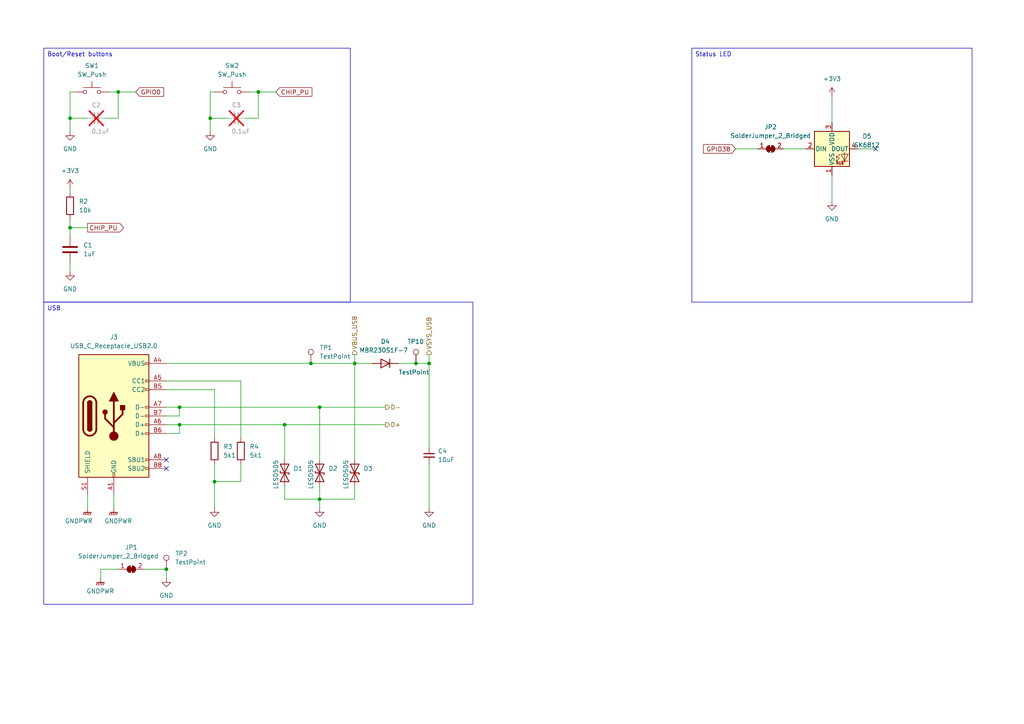
<source format=kicad_sch>
(kicad_sch (version 20231120) (generator "eeschema") (generator_version "8.0")
  (paper "A4")
  (title_block (title "ESP32-S3 main board") (date "2023-10-03"))
  (lib_symbols
    (symbol "Connector:TestPoint" (pin_numbers hide) (pin_names (offset 0.762) hide)
      (property "Reference" "TP" (at 0 6.858 0))
      (property "Value" "TestPoint" (at 0 5.08 0))
      (symbol "TestPoint_0_1"
        (circle (center 0 3.302) (radius 0.762))
      )
      (symbol "TestPoint_1_1"
        (pin passive line (at 0 0 90) (length 2.54) (name "1") (number "1"))
      )
    )
    (symbol "Connector:USB_C_Receptacle_USB2.0" (pin_names (offset 1.016))
      (property "Reference" "J" (at -10.16 19.05 0))
      (property "Value" "USB_C_Receptacle_USB2.0" (at 19.05 19.05 0))
      (symbol "USB_C_Receptacle_USB2.0_0_0"
        (rectangle (start -0.254 -17.78) (end 0.254 -16.764))
        (rectangle (start 10.16 -14.986) (end 9.144 -15.494))
        (rectangle (start 10.16 -12.446) (end 9.144 -12.954))
        (rectangle (start 10.16 -4.826) (end 9.144 -5.334))
        (rectangle (start 10.16 -2.286) (end 9.144 -2.794))
        (rectangle (start 10.16 0.254) (end 9.144 -0.254))
        (rectangle (start 10.16 2.794) (end 9.144 2.286))
        (rectangle (start 10.16 7.874) (end 9.144 7.366))
        (rectangle (start 10.16 10.414) (end 9.144 9.906))
        (rectangle (start 10.16 15.494) (end 9.144 14.986))
      )
      (symbol "USB_C_Receptacle_USB2.0_0_1"
        (rectangle (start -10.16 17.78) (end 10.16 -17.78) (stroke (width 0.254)) (fill (type background)))
        (arc (start -8.89 -3.81) (mid -6.985 -5.7067) (end -5.08 -3.81) (stroke (width 0.508)))
        (arc (start -7.62 -3.81) (mid -6.985 -4.4423) (end -6.35 -3.81) (stroke (width 0.254)))
        (arc (start -7.62 -3.81) (mid -6.985 -4.4423) (end -6.35 -3.81) (stroke (width 0.254)) (fill (type outline)))
        (rectangle (start -7.62 -3.81) (end -6.35 3.81) (stroke (width 0.254)) (fill (type outline)))
        (arc (start -6.35 3.81) (mid -6.985 4.4423) (end -7.62 3.81) (stroke (width 0.254)))
        (arc (start -6.35 3.81) (mid -6.985 4.4423) (end -7.62 3.81) (stroke (width 0.254)) (fill (type outline)))
        (arc (start -5.08 3.81) (mid -6.985 5.7067) (end -8.89 3.81) (stroke (width 0.508)))
        (circle (center -2.54 1.143) (radius 0.635) (stroke (width 0.254)) (fill (type outline)))
        (circle (center 0 -5.842) (radius 1.27) (fill (type outline)))
        (polyline (pts (xy -8.89 -3.81) (xy -8.89 3.81)) (stroke (width 0.508)))
        (polyline (pts (xy -5.08 3.81) (xy -5.08 -3.81)) (stroke (width 0.508)))
        (polyline (pts (xy 0 -5.842) (xy 0 4.318)) (stroke (width 0.508)))
        (polyline (pts (xy 0 -3.302) (xy -2.54 -0.762) (xy -2.54 0.508)) (stroke (width 0.508)))
        (polyline (pts (xy 0 -2.032) (xy 2.54 0.508) (xy 2.54 1.778)) (stroke (width 0.508)))
        (polyline (pts (xy -1.27 4.318) (xy 0 6.858) (xy 1.27 4.318) (xy -1.27 4.318)) (stroke (width 0.254)) (fill (type outline)))
        (rectangle (start 1.905 1.778) (end 3.175 3.048) (stroke (width 0.254)) (fill (type outline)))
      )
      (symbol "USB_C_Receptacle_USB2.0_1_1"
        (pin passive line (at 0 -22.86 90) (length 5.08) (name "GND") (number "A1"))
        (pin passive line (at 0 -22.86 90) (length 5.08) hide (name "GND") (number "A12"))
        (pin passive line (at 15.24 15.24 180) (length 5.08) (name "VBUS") (number "A4"))
        (pin bidirectional line (at 15.24 10.16 180) (length 5.08) (name "CC1") (number "A5"))
        (pin bidirectional line (at 15.24 -2.54 180) (length 5.08) (name "D+") (number "A6"))
        (pin bidirectional line (at 15.24 2.54 180) (length 5.08) (name "D-") (number "A7"))
        (pin bidirectional line (at 15.24 -12.7 180) (length 5.08) (name "SBU1") (number "A8"))
        (pin passive line (at 15.24 15.24 180) (length 5.08) hide (name "VBUS") (number "A9"))
        (pin passive line (at 0 -22.86 90) (length 5.08) hide (name "GND") (number "B1"))
        (pin passive line (at 0 -22.86 90) (length 5.08) hide (name "GND") (number "B12"))
        (pin passive line (at 15.24 15.24 180) (length 5.08) hide (name "VBUS") (number "B4"))
        (pin bidirectional line (at 15.24 7.62 180) (length 5.08) (name "CC2") (number "B5"))
        (pin bidirectional line (at 15.24 -5.08 180) (length 5.08) (name "D+") (number "B6"))
        (pin bidirectional line (at 15.24 0 180) (length 5.08) (name "D-") (number "B7"))
        (pin bidirectional line (at 15.24 -15.24 180) (length 5.08) (name "SBU2") (number "B8"))
        (pin passive line (at 15.24 15.24 180) (length 5.08) hide (name "VBUS") (number "B9"))
        (pin passive line (at -7.62 -22.86 90) (length 5.08) (name "SHIELD") (number "S1"))
      )
    )
    (symbol "Device:C" (pin_numbers hide) (pin_names (offset 0.254))
      (property "Reference" "C" (at 0.635 2.54 0))
      (property "Value" "C" (at 0.635 -2.54 0))
      (symbol "C_0_1"
        (polyline (pts (xy -2.032 -0.762) (xy 2.032 -0.762)) (stroke (width 0.508)))
        (polyline (pts (xy -2.032 0.762) (xy 2.032 0.762)) (stroke (width 0.508)))
      )
      (symbol "C_1_1"
        (pin passive line (at 0 3.81 270) (length 2.794) (name "~") (number "1"))
        (pin passive line (at 0 -3.81 90) (length 2.794) (name "~") (number "2"))
      )
    )
    (symbol "Device:C_Small" (pin_numbers hide) (pin_names (offset 0.254) hide)
      (property "Reference" "C" (at 0.254 1.778 0))
      (property "Value" "C_Small" (at 0.254 -2.032 0))
      (symbol "C_Small_0_1"
        (polyline (pts (xy -1.524 -0.508) (xy 1.524 -0.508)) (stroke (width 0.3302)))
        (polyline (pts (xy -1.524 0.508) (xy 1.524 0.508)) (stroke (width 0.3048)))
      )
      (symbol "C_Small_1_1"
        (pin passive line (at 0 2.54 270) (length 2.032) (name "~") (number "1"))
        (pin passive line (at 0 -2.54 90) (length 2.032) (name "~") (number "2"))
      )
    )
    (symbol "Device:D" (pin_numbers hide) (pin_names (offset 1.016) hide)
      (property "Reference" "D" (at 0 2.54 0))
      (property "Value" "D" (at 0 -2.54 0))
      (symbol "D_0_1"
        (polyline (pts (xy -1.27 1.27) (xy -1.27 -1.27)) (stroke (width 0.254)))
        (polyline (pts (xy 1.27 0) (xy -1.27 0)))
        (polyline (pts (xy 1.27 1.27) (xy 1.27 -1.27) (xy -1.27 0) (xy 1.27 1.27)) (stroke (width 0.254)))
      )
      (symbol "D_1_1"
        (pin passive line (at -3.81 0 0) (length 2.54) (name "K") (number "1"))
        (pin passive line (at 3.81 0 180) (length 2.54) (name "A") (number "2"))
      )
    )
    (symbol "Device:D_TVS" (pin_numbers hide) (pin_names (offset 1.016) hide)
      (property "Reference" "D" (at 0 2.54 0))
      (property "Value" "D_TVS" (at 0 -2.54 0))
      (symbol "D_TVS_0_1"
        (polyline (pts (xy 1.27 0) (xy -1.27 0)))
        (polyline (pts (xy 0.508 1.27) (xy 0 1.27) (xy 0 -1.27) (xy -0.508 -1.27)) (stroke (width 0.254)))
        (polyline (pts (xy -2.54 1.27) (xy -2.54 -1.27) (xy 2.54 1.27) (xy 2.54 -1.27) (xy -2.54 1.27)) (stroke (width 0.254)))
      )
      (symbol "D_TVS_1_1"
        (pin passive line (at -3.81 0 0) (length 2.54) (name "A1") (number "1"))
        (pin passive line (at 3.81 0 180) (length 2.54) (name "A2") (number "2"))
      )
    )
    (symbol "Device:R" (pin_numbers hide) (pin_names (offset 0))
      (property "Reference" "R" (at 2.032 0 90))
      (property "Value" "R" (at 0 0 90))
      (symbol "R_0_1"
        (rectangle (start -1.016 -2.54) (end 1.016 2.54) (stroke (width 0.254)))
      )
      (symbol "R_1_1"
        (pin passive line (at 0 3.81 270) (length 1.27) (name "~") (number "1"))
        (pin passive line (at 0 -3.81 90) (length 1.27) (name "~") (number "2"))
      )
    )
    (symbol "Jumper:SolderJumper_2_Bridged" (pin_names (offset 0) hide)
      (property "Reference" "JP" (at 0 2.032 0))
      (property "Value" "SolderJumper_2_Bridged" (at 0 -2.54 0))
      (symbol "SolderJumper_2_Bridged_0_1"
        (rectangle (start -0.508 0.508) (end 0.508 -0.508) (fill (type outline)))
        (arc (start -0.254 1.016) (mid -1.2656 0) (end -0.254 -1.016))
        (arc (start -0.254 1.016) (mid -1.2656 0) (end -0.254 -1.016) (fill (type outline)))
        (polyline (pts (xy -0.254 1.016) (xy -0.254 -1.016)))
        (polyline (pts (xy 0.254 1.016) (xy 0.254 -1.016)))
        (arc (start 0.254 -1.016) (mid 1.2656 0) (end 0.254 1.016))
        (arc (start 0.254 -1.016) (mid 1.2656 0) (end 0.254 1.016) (fill (type outline)))
      )
      (symbol "SolderJumper_2_Bridged_1_1"
        (pin passive line (at -3.81 0 0) (length 2.54) (name "A") (number "1"))
        (pin passive line (at 3.81 0 180) (length 2.54) (name "B") (number "2"))
      )
    )
    (symbol "LED:SK6812" (pin_names (offset 0.254))
      (property "Reference" "D" (at 5.08 5.715 0))
      (property "Value" "SK6812" (at 1.27 -5.715 0))
      (symbol "SK6812_0_0"
        (text "RGB" (at 2.286 -4.191 0) (effects (font (size 0.762 0.762))))
      )
      (symbol "SK6812_0_1"
        (polyline (pts (xy 1.27 -3.556) (xy 1.778 -3.556)))
        (polyline (pts (xy 1.27 -2.54) (xy 1.778 -2.54)))
        (polyline (pts (xy 4.699 -3.556) (xy 2.667 -3.556)))
        (polyline (pts (xy 2.286 -2.54) (xy 1.27 -3.556) (xy 1.27 -3.048)))
        (polyline (pts (xy 2.286 -1.524) (xy 1.27 -2.54) (xy 1.27 -2.032)))
        (polyline (pts (xy 3.683 -1.016) (xy 3.683 -3.556) (xy 3.683 -4.064)))
        (polyline (pts (xy 4.699 -1.524) (xy 2.667 -1.524) (xy 3.683 -3.556) (xy 4.699 -1.524)))
        (rectangle (start 5.08 5.08) (end -5.08 -5.08) (stroke (width 0.254)) (fill (type background)))
      )
      (symbol "SK6812_1_1"
        (pin power_in line (at 0 -7.62 90) (length 2.54) (name "VSS") (number "1"))
        (pin input line (at -7.62 0 0) (length 2.54) (name "DIN") (number "2"))
        (pin power_in line (at 0 7.62 270) (length 2.54) (name "VDD") (number "3"))
        (pin output line (at 7.62 0 180) (length 2.54) (name "DOUT") (number "4"))
      )
    )
    (symbol "Switch:SW_Push" (pin_numbers hide) (pin_names (offset 1.016) hide)
      (property "Reference" "SW" (at 1.27 2.54 0))
      (property "Value" "SW_Push" (at 0 -1.524 0))
      (symbol "SW_Push_0_1"
        (circle (center -2.032 0) (radius 0.508))
        (polyline (pts (xy 0 1.27) (xy 0 3.048)))
        (polyline (pts (xy 2.54 1.27) (xy -2.54 1.27)))
        (circle (center 2.032 0) (radius 0.508))
        (pin passive line (at -5.08 0 0) (length 2.54) (name "1") (number "1"))
        (pin passive line (at 5.08 0 180) (length 2.54) (name "2") (number "2"))
      )
    )
    (symbol "power:+3V3" (power) (pin_names (offset 0))
      (property "Value" "+3V3" (at 0 3.556 0))
      (symbol "+3V3_0_1"
        (polyline (pts (xy -0.762 1.27) (xy 0 2.54)))
        (polyline (pts (xy 0 0) (xy 0 2.54)))
        (polyline (pts (xy 0 2.54) (xy 0.762 1.27)))
      )
      (symbol "+3V3_1_1"
        (pin power_in line (at 0 0 90) (length 0) hide (name "+3V3") (number "1"))
      )
    )
    (symbol "power:GND" (power) (pin_names (offset 0))
      (property "Value" "GND" (at 0 -3.81 0))
      (symbol "GND_0_1"
        (polyline (pts (xy 0 0) (xy 0 -1.27) (xy 1.27 -1.27) (xy 0 -2.54) (xy -1.27 -1.27) (xy 0 -1.27)))
      )
      (symbol "GND_1_1"
        (pin power_in line (at 0 0 270) (length 0) hide (name "GND") (number "1"))
      )
    )
    (symbol "power:GNDPWR" (power) (pin_names (offset 0))
      (property "Value" "GNDPWR" (at 0 -3.302 0))
      (symbol "GNDPWR_0_1"
        (polyline (pts (xy 0 -1.27) (xy 0 0)))
        (polyline (pts (xy -1.016 -1.27) (xy -1.27 -2.032) (xy -1.27 -2.032)) (stroke (width 0.2032)))
        (polyline (pts (xy -0.508 -1.27) (xy -0.762 -2.032) (xy -0.762 -2.032)) (stroke (width 0.2032)))
        (polyline (pts (xy 0 -1.27) (xy -0.254 -2.032) (xy -0.254 -2.032)) (stroke (width 0.2032)))
        (polyline (pts (xy 0.508 -1.27) (xy 0.254 -2.032) (xy 0.254 -2.032)) (stroke (width 0.2032)))
        (polyline (pts (xy 1.016 -1.27) (xy -1.016 -1.27) (xy -1.016 -1.27)) (stroke (width 0.2032)))
        (polyline (pts (xy 1.016 -1.27) (xy 0.762 -2.032) (xy 0.762 -2.032) (xy 0.762 -2.032)) (stroke (width 0.2032)))
      )
      (symbol "GNDPWR_1_1"
        (pin power_in line (at 0 0 270) (length 0) hide (name "GNDPWR") (number "1"))
      )
    )
  )
  (junction (at 92.71 144.78))
  (junction (at 52.07 123.19))
  (junction (at 120.65 105.41))
  (junction (at 48.26 165.1))
  (junction (at 82.55 123.19))
  (junction (at 60.96 34.29))
  (junction (at 62.23 139.7))
  (junction (at 90.17 105.41))
  (junction (at 102.87 105.41))
  (junction (at 92.71 118.11))
  (junction (at 20.32 66.04))
  (junction (at 124.46 105.41))
  (junction (at 74.93 26.67))
  (junction (at 20.32 34.29))
  (junction (at 34.29 26.67))
  (junction (at 52.07 118.11))
  (no_connect (at 48.26 133.35))
  (no_connect (at 48.26 135.89))
  (no_connect (at 254 43.18))
  (wire (pts (xy 48.26 118.11) (xy 52.07 118.11)))
  (wire (pts (xy 82.55 144.78) (xy 92.71 144.78)))
  (wire (pts (xy 20.32 54.61) (xy 20.32 55.88)))
  (wire (pts (xy 69.85 110.49) (xy 69.85 127)))
  (wire (pts (xy 29.21 165.1) (xy 34.29 165.1)))
  (wire (pts (xy 20.32 26.67) (xy 20.32 34.29)))
  (wire (pts (xy 20.32 68.58) (xy 20.32 66.04)))
  (wire (pts (xy 52.07 118.11) (xy 52.07 120.65)))
  (wire (pts (xy 48.26 110.49) (xy 69.85 110.49)))
  (wire (pts (xy 33.02 143.51) (xy 33.02 147.32)))
  (wire (pts (xy 241.3 50.8) (xy 241.3 58.42)))
  (wire (pts (xy 82.55 123.19) (xy 82.55 133.35)))
  (wire (pts (xy 72.39 26.67) (xy 74.93 26.67)))
  (wire (pts (xy 25.4 143.51) (xy 25.4 147.32)))
  (wire (pts (xy 82.55 123.19) (xy 111.76 123.19)))
  (wire (pts (xy 52.07 120.65) (xy 48.26 120.65)))
  (wire (pts (xy 120.65 105.41) (xy 115.57 105.41)))
  (wire (pts (xy 227.33 43.18) (xy 233.68 43.18)))
  (wire (pts (xy 92.71 144.78) (xy 92.71 147.32)))
  (wire (pts (xy 74.93 34.29) (xy 71.12 34.29)))
  (wire (pts (xy 52.07 123.19) (xy 48.26 123.19)))
  (wire (pts (xy 92.71 140.97) (xy 92.71 144.78)))
  (wire (pts (xy 52.07 118.11) (xy 92.71 118.11)))
  (wire (pts (xy 62.23 26.67) (xy 60.96 26.67)))
  (wire (pts (xy 60.96 34.29) (xy 66.04 34.29)))
  (wire (pts (xy 20.32 76.2) (xy 20.32 78.74)))
  (wire (pts (xy 74.93 26.67) (xy 80.01 26.67)))
  (wire (pts (xy 34.29 34.29) (xy 30.48 34.29)))
  (wire (pts (xy 41.91 165.1) (xy 48.26 165.1)))
  (wire (pts (xy 62.23 113.03) (xy 62.23 127)))
  (wire (pts (xy 62.23 134.62) (xy 62.23 139.7)))
  (wire (pts (xy 20.32 66.04) (xy 25.4 66.04)))
  (wire (pts (xy 20.32 34.29) (xy 25.4 34.29)))
  (wire (pts (xy 20.32 63.5) (xy 20.32 66.04)))
  (wire (pts (xy 124.46 134.62) (xy 124.46 147.32)))
  (wire (pts (xy 107.95 105.41) (xy 102.87 105.41)))
  (wire (pts (xy 48.26 113.03) (xy 62.23 113.03)))
  (wire (pts (xy 102.87 144.78) (xy 102.87 140.97)))
  (wire (pts (xy 48.26 125.73) (xy 52.07 125.73)))
  (wire (pts (xy 124.46 102.87) (xy 124.46 105.41)))
  (wire (pts (xy 60.96 34.29) (xy 60.96 38.1)))
  (wire (pts (xy 48.26 105.41) (xy 90.17 105.41)))
  (wire (pts (xy 124.46 105.41) (xy 124.46 129.54)))
  (wire (pts (xy 124.46 105.41) (xy 120.65 105.41)))
  (wire (pts (xy 20.32 34.29) (xy 20.32 38.1)))
  (wire (pts (xy 241.3 27.94) (xy 241.3 35.56)))
  (wire (pts (xy 92.71 118.11) (xy 111.76 118.11)))
  (wire (pts (xy 102.87 105.41) (xy 102.87 133.35)))
  (wire (pts (xy 34.29 26.67) (xy 39.37 26.67)))
  (wire (pts (xy 102.87 102.87) (xy 102.87 105.41)))
  (wire (pts (xy 213.36 43.18) (xy 219.71 43.18)))
  (wire (pts (xy 21.59 26.67) (xy 20.32 26.67)))
  (wire (pts (xy 31.75 26.67) (xy 34.29 26.67)))
  (wire (pts (xy 52.07 123.19) (xy 82.55 123.19)))
  (wire (pts (xy 69.85 134.62) (xy 69.85 139.7)))
  (wire (pts (xy 248.92 43.18) (xy 254 43.18)))
  (wire (pts (xy 92.71 144.78) (xy 102.87 144.78)))
  (wire (pts (xy 92.71 118.11) (xy 92.71 133.35)))
  (wire (pts (xy 48.26 165.1) (xy 48.26 167.64)))
  (wire (pts (xy 82.55 140.97) (xy 82.55 144.78)))
  (wire (pts (xy 52.07 125.73) (xy 52.07 123.19)))
  (wire (pts (xy 62.23 139.7) (xy 62.23 147.32)))
  (wire (pts (xy 74.93 26.67) (xy 74.93 34.29)))
  (wire (pts (xy 60.96 26.67) (xy 60.96 34.29)))
  (wire (pts (xy 62.23 139.7) (xy 69.85 139.7)))
  (wire (pts (xy 90.17 105.41) (xy 102.87 105.41)))
  (wire (pts (xy 34.29 26.67) (xy 34.29 34.29)))
  (wire (pts (xy 29.21 167.64) (xy 29.21 165.1)))
  (text_box "Status LED" (at 200.66 13.97 0) (size 81.28 73.66) (effects (font (size 1.27 1.27)) (justify left top)))
  (text_box "USB" (at 12.7 87.63 0) (size 124.46 87.63) (effects (font (size 1.27 1.27)) (justify left top)))
  (text_box "Boot/Reset buttons" (at 12.7 13.97 0) (size 88.9 73.66) (effects (font (size 1.27 1.27)) (justify left top)))
  (global_label "CHIP_PU" (shape input) (at 80.01 26.67 0) (property "Intersheetrefs" "${INTERSHEET_REFS}" (effects (hide yes))))
  (global_label "CHIP_PU" (shape output) (at 25.4 66.04 0) (property "Intersheetrefs" "${INTERSHEET_REFS}" (effects (hide yes))))
  (global_label "GPIO0" (shape input) (at 39.37 26.67 0) (property "Intersheetrefs" "${INTERSHEET_REFS}" (effects (hide yes))))
  (global_label "GPIO38" (shape input) (at 213.36 43.18 180) (property "Intersheetrefs" "${INTERSHEET_REFS}" (effects (hide yes))))
  (hierarchical_label "VBUS_USB" (shape output) (at 102.87 102.87 90))
  (hierarchical_label "D+" (shape output) (at 111.76 123.19 0))
  (hierarchical_label "VSYS_USB" (shape output) (at 124.46 102.87 90))
  (hierarchical_label "D-" (shape output) (at 111.76 118.11 0))
  (symbol (lib_id "Device:C_Small") (at 124.46 132.08 0) (unit 1)
    (property "Reference" "C4" (at 127 130.8163 0) (effects (justify left)))
    (property "Value" "10uF" (at 127 133.3563 0) (effects (justify left)))
    (property "Footprint" "Capacitor_SMD:C_1206_3216Metric_Pad1.33x1.80mm_HandSolder" (effects (hide yes)))
    (property "Rating" "25V" (effects (hide yes)))
    (property "Tolerance" "20%" (effects (hide yes)))
  )
  (symbol (lib_id "power:GNDPWR") (at 33.02 147.32 0) (unit 1)
    (property "Reference" "#PWR013" (effects (hide yes)))
    (property "Value" "GNDPWR" (at 34.29 151.13 0))
  )
  (symbol (lib_id "Device:D_TVS") (at 102.87 137.16 90) (unit 1)
    (property "Reference" "D3" (at 105.41 135.89 90) (effects (justify right)))
    (property "Value" "LESD5D5" (at 100.33 133.35 0) (effects (justify right)))
    (property "Footprint" "Diode_SMD:D_SOD-323_HandSoldering" (effects (hide yes)))
  )
  (symbol (lib_id "Device:R") (at 20.32 59.69 0) (unit 1)
    (property "Reference" "R2" (at 22.86 58.42 0) (effects (justify left)))
    (property "Value" "10k" (at 22.86 60.96 0) (effects (justify left)))
    (property "Footprint" "Resistor_SMD:R_1206_3216Metric_Pad1.30x1.75mm_HandSolder" (effects (hide yes)))
  )
  (symbol (lib_id "Connector:USB_C_Receptacle_USB2.0") (at 33.02 120.65 0) (unit 1)
    (property "Reference" "J3" (at 33.02 97.79 0))
    (property "Value" "USB_C_Receptacle_USB2.0" (at 33.02 100.33 0))
    (property "Footprint" "Connector_USB:USB_C_Receptacle_GCT_USB4105-xx-A_16P_TopMnt_Horizontal" (effects (hide yes)))
    (property "Datasheet" "https://www.usb.org/sites/default/files/documents/usb_type-c.zip" (effects (hide yes)))
  )
  (symbol (lib_id "power:+3V3") (at 20.32 54.61 0) (unit 1)
    (property "Reference" "#PWR09" (effects (hide yes)))
    (property "Value" "+3V3" (at 20.32 49.53 0))
  )
  (symbol (lib_id "power:GND") (at 48.26 167.64 0) (unit 1)
    (property "Reference" "#PWR014" (effects (hide yes)))
    (property "Value" "GND" (at 48.26 172.72 0))
  )
  (symbol (lib_id "Jumper:SolderJumper_2_Bridged") (at 223.52 43.18 0) (unit 1)
    (property "Reference" "JP2" (at 223.52 36.83 0))
    (property "Value" "SolderJumper_2_Bridged" (at 223.52 39.37 0))
    (property "Footprint" "Jumper:SolderJumper-2_P1.3mm_Bridged2Bar_Pad1.0x1.5mm" (effects (hide yes)))
  )
  (symbol (lib_id "Connector:TestPoint") (at 120.65 105.41 0) (unit 1)
    (property "Reference" "TP10" (at 118.11 99.06 0) (effects (justify left)))
    (property "Value" "TestPoint" (at 115.57 107.95 0) (effects (justify left)))
    (property "Footprint" "TestPoint:TestPoint_Pad_1.0x1.0mm" (effects (hide yes)))
  )
  (symbol (lib_id "power:GND") (at 20.32 38.1 0) (unit 1)
    (property "Reference" "#PWR08" (effects (hide yes)))
    (property "Value" "GND" (at 20.32 43.18 0))
  )
  (symbol (lib_id "Switch:SW_Push") (at 26.67 26.67 0) (unit 1)
    (property "Reference" "SW1" (at 26.67 19.05 0))
    (property "Value" "SW_Push" (at 26.67 21.59 0))
    (property "Footprint" "Button_Switch_THT:SW_PUSH_6mm" (effects (hide yes)))
  )
  (symbol (lib_id "power:GND") (at 62.23 147.32 0) (unit 1)
    (property "Reference" "#PWR016" (effects (hide yes)))
    (property "Value" "GND" (at 62.23 152.4 0))
  )
  (symbol (lib_id "Connector:TestPoint") (at 48.26 165.1 0) (unit 1)
    (property "Reference" "TP2" (at 50.8 160.528 0) (effects (justify left)))
    (property "Value" "TestPoint" (at 50.8 163.068 0) (effects (justify left)))
    (property "Footprint" "TestPoint:TestPoint_Pad_1.0x1.0mm" (effects (hide yes)))
  )
  (symbol (lib_id "Device:C") (at 20.32 72.39 0) (unit 1)
    (property "Reference" "C1" (at 24.13 71.12 0) (effects (justify left)))
    (property "Value" "1uF" (at 24.13 73.66 0) (effects (justify left)))
    (property "Footprint" "Capacitor_SMD:C_0603_1608Metric_Pad1.08x0.95mm_HandSolder" (effects (hide yes)))
  )
  (symbol (lib_id "power:GND") (at 60.96 38.1 0) (unit 1)
    (property "Reference" "#PWR015" (effects (hide yes)))
    (property "Value" "GND" (at 60.96 43.18 0))
  )
  (symbol (lib_id "Device:D_TVS") (at 92.71 137.16 90) (unit 1)
    (property "Reference" "D2" (at 95.25 135.89 90) (effects (justify right)))
    (property "Value" "LESD5D5" (at 90.17 133.35 0) (effects (justify right)))
    (property "Footprint" "Diode_SMD:D_SOD-323_HandSoldering" (effects (hide yes)))
  )
  (symbol (lib_id "power:GND") (at 20.32 78.74 0) (unit 1)
    (property "Reference" "#PWR010" (effects (hide yes)))
    (property "Value" "GND" (at 20.32 83.82 0))
  )
  (symbol (lib_id "Device:C_Small") (at 27.94 34.29 270) (unit 1) (dnp yes)
    (property "Reference" "C2" (at 27.94 30.48 90))
    (property "Value" "0.1uF" (at 29.21 38.1 90))
    (property "Footprint" "Capacitor_SMD:C_0603_1608Metric_Pad1.08x0.95mm_HandSolder" (effects (hide yes)))
    (property "Rating" "50V" (effects (hide yes)))
    (property "Tolerance" "10%" (effects (hide yes)))
  )
  (symbol (lib_id "power:GND") (at 241.3 58.42 0) (unit 1)
    (property "Reference" "#PWR020" (effects (hide yes)))
    (property "Value" "GND" (at 241.3 63.5 0))
  )
  (symbol (lib_id "Connector:TestPoint") (at 90.17 105.41 0) (unit 1)
    (property "Reference" "TP1" (at 92.71 100.838 0) (effects (justify left)))
    (property "Value" "TestPoint" (at 92.71 103.378 0) (effects (justify left)))
    (property "Footprint" "TestPoint:TestPoint_Pad_1.0x1.0mm" (effects (hide yes)))
  )
  (symbol (lib_id "Device:D") (at 111.76 105.41 180) (unit 1)
    (property "Reference" "D4" (at 111.76 99.06 0))
    (property "Value" "MBR230S1F-7 " (at 111.76 101.6 0))
    (property "Footprint" "Diode_SMD:D_SOD-123F" (effects (hide yes)))
    (property "Sim.Device" "D" (effects (hide yes)))
    (property "Sim.Pins" "1=K 2=A" (effects (hide yes)))
  )
  (symbol (lib_id "Device:R") (at 62.23 130.81 0) (unit 1)
    (property "Reference" "R3" (at 64.77 129.54 0) (effects (justify left)))
    (property "Value" "5k1" (at 64.77 132.08 0) (effects (justify left)))
    (property "Footprint" "Resistor_SMD:R_1206_3216Metric_Pad1.30x1.75mm_HandSolder" (effects (hide yes)))
  )
  (symbol (lib_id "Device:D_TVS") (at 82.55 137.16 90) (unit 1)
    (property "Reference" "D1" (at 85.09 135.89 90) (effects (justify right)))
    (property "Value" "LESD5D5" (at 80.01 133.35 0) (effects (justify right)))
    (property "Footprint" "Diode_SMD:D_SOD-323_HandSoldering" (effects (hide yes)))
  )
  (symbol (lib_id "Switch:SW_Push") (at 67.31 26.67 0) (unit 1)
    (property "Reference" "SW2" (at 67.31 19.05 0))
    (property "Value" "SW_Push" (at 67.31 21.59 0))
    (property "Footprint" "Button_Switch_THT:SW_PUSH_6mm" (effects (hide yes)))
  )
  (symbol (lib_id "power:GNDPWR") (at 25.4 147.32 0) (unit 1)
    (property "Reference" "#PWR011" (effects (hide yes)))
    (property "Value" "GNDPWR" (at 22.86 151.13 0))
  )
  (symbol (lib_id "LED:SK6812") (at 241.3 43.18 0) (unit 1)
    (property "Reference" "D5" (at 251.46 39.5321 0))
    (property "Value" "SK6812" (at 251.46 42.0721 0))
    (property "Footprint" "LED_SMD:LED_SK6812_PLCC4_5.0x5.0mm_P3.2mm" (effects (hide yes)))
    (property "Datasheet" "https://cdn-shop.adafruit.com/product-files/1138/SK6812+LED+datasheet+.pdf" (effects (hide yes)))
  )
  (symbol (lib_id "Device:C_Small") (at 68.58 34.29 270) (unit 1) (dnp yes)
    (property "Reference" "C3" (at 68.58 30.48 90))
    (property "Value" "0.1uF" (at 69.85 38.1 90))
    (property "Footprint" "Capacitor_SMD:C_0603_1608Metric_Pad1.08x0.95mm_HandSolder" (effects (hide yes)))
    (property "Rating" "50V" (effects (hide yes)))
    (property "Tolerance" "10%" (effects (hide yes)))
  )
  (symbol (lib_id "power:GNDPWR") (at 29.21 167.64 0) (unit 1)
    (property "Reference" "#PWR012" (effects (hide yes)))
    (property "Value" "GNDPWR" (at 29.083 171.45 0))
  )
  (symbol (lib_id "power:GND") (at 124.46 147.32 0) (unit 1)
    (property "Reference" "#PWR018" (effects (hide yes)))
    (property "Value" "GND" (at 124.46 152.4 0))
  )
  (symbol (lib_id "power:GND") (at 92.71 147.32 0) (unit 1)
    (property "Reference" "#PWR017" (effects (hide yes)))
    (property "Value" "GND" (at 92.71 152.4 0))
  )
  (symbol (lib_id "Device:R") (at 69.85 130.81 0) (unit 1)
    (property "Reference" "R4" (at 72.39 129.54 0) (effects (justify left)))
    (property "Value" "5k1" (at 72.39 132.08 0) (effects (justify left)))
    (property "Footprint" "Resistor_SMD:R_1206_3216Metric_Pad1.30x1.75mm_HandSolder" (effects (hide yes)))
  )
  (symbol (lib_id "power:+3V3") (at 241.3 27.94 0) (unit 1)
    (property "Reference" "#PWR019" (effects (hide yes)))
    (property "Value" "+3V3" (at 241.3 22.86 0))
  )
  (symbol (lib_id "Jumper:SolderJumper_2_Bridged") (at 38.1 165.1 0) (unit 1)
    (property "Reference" "JP1" (at 38.1 158.75 0))
    (property "Value" "SolderJumper_2_Bridged" (at 34.29 161.29 0))
    (property "Footprint" "Jumper:SolderJumper-2_P1.3mm_Bridged2Bar_Pad1.0x1.5mm" (effects (hide yes)))
  )
)
</source>
